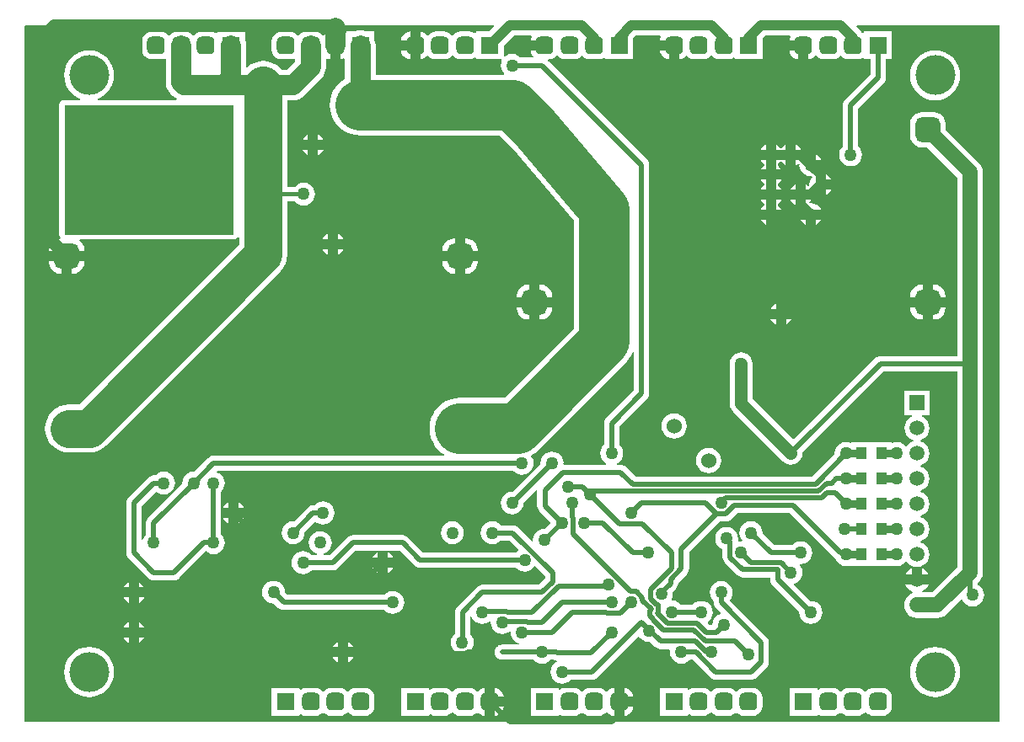
<source format=gbl>
%FSLAX24Y24*%
%MOIN*%
G70*
G01*
G75*
G04 Layer_Physical_Order=2*
G04 Layer_Color=16711680*
%ADD10R,0.0400X0.0500*%
%ADD11R,0.0360X0.0500*%
%ADD12R,0.0360X0.0360*%
%ADD13R,0.0500X0.0400*%
%ADD14R,0.0800X0.0240*%
%ADD15O,0.0800X0.0240*%
%ADD16R,0.0500X0.0360*%
%ADD17R,0.0360X0.0360*%
%ADD18R,0.0590X0.0790*%
%ADD19R,0.1500X0.0790*%
G04:AMPARAMS|DCode=20|XSize=40mil|YSize=50mil|CornerRadius=0mil|HoleSize=0mil|Usage=FLASHONLY|Rotation=135.000|XOffset=0mil|YOffset=0mil|HoleType=Round|Shape=Rectangle|*
%AMROTATEDRECTD20*
4,1,4,0.0318,0.0035,-0.0035,-0.0318,-0.0318,-0.0035,0.0035,0.0318,0.0318,0.0035,0.0*
%
%ADD20ROTATEDRECTD20*%

%ADD21P,0.0424X4X360.0*%
G04:AMPARAMS|DCode=22|XSize=40mil|YSize=50mil|CornerRadius=0mil|HoleSize=0mil|Usage=FLASHONLY|Rotation=225.000|XOffset=0mil|YOffset=0mil|HoleType=Round|Shape=Rectangle|*
%AMROTATEDRECTD22*
4,1,4,-0.0035,0.0318,0.0318,-0.0035,0.0035,-0.0318,-0.0318,0.0035,-0.0035,0.0318,0.0*
%
%ADD22ROTATEDRECTD22*%

%ADD23O,0.1181X0.0472*%
%ADD24R,0.2559X0.2323*%
G04:AMPARAMS|DCode=25|XSize=21.7mil|YSize=65mil|CornerRadius=0mil|HoleSize=0mil|Usage=FLASHONLY|Rotation=315.000|XOffset=0mil|YOffset=0mil|HoleType=Round|Shape=Round|*
%AMOVALD25*
21,1,0.0433,0.0217,0.0000,0.0000,45.0*
1,1,0.0217,-0.0153,-0.0153*
1,1,0.0217,0.0153,0.0153*
%
%ADD25OVALD25*%

G04:AMPARAMS|DCode=26|XSize=21.7mil|YSize=65mil|CornerRadius=0mil|HoleSize=0mil|Usage=FLASHONLY|Rotation=225.000|XOffset=0mil|YOffset=0mil|HoleType=Round|Shape=Round|*
%AMOVALD26*
21,1,0.0433,0.0217,0.0000,0.0000,315.0*
1,1,0.0217,-0.0153,0.0153*
1,1,0.0217,0.0153,-0.0153*
%
%ADD26OVALD26*%

%ADD27R,0.0335X0.0157*%
%ADD28C,0.0200*%
%ADD29C,0.0400*%
%ADD30C,0.0300*%
%ADD31C,0.0600*%
%ADD32C,0.0800*%
%ADD33C,0.0150*%
%ADD34C,0.0500*%
%ADD35C,0.1500*%
%ADD36C,0.2000*%
%ADD37C,0.0100*%
%ADD38R,0.2362X0.5118*%
%ADD39R,0.4331X0.6299*%
G04:AMPARAMS|DCode=40|XSize=70mil|YSize=70mil|CornerRadius=17.5mil|HoleSize=0mil|Usage=FLASHONLY|Rotation=0.000|XOffset=0mil|YOffset=0mil|HoleType=Round|Shape=RoundedRectangle|*
%AMROUNDEDRECTD40*
21,1,0.0700,0.0350,0,0,0.0*
21,1,0.0350,0.0700,0,0,0.0*
1,1,0.0350,0.0175,-0.0175*
1,1,0.0350,-0.0175,-0.0175*
1,1,0.0350,-0.0175,0.0175*
1,1,0.0350,0.0175,0.0175*
%
%ADD40ROUNDEDRECTD40*%
%ADD41R,0.0700X0.0700*%
%ADD42C,0.1575*%
G04:AMPARAMS|DCode=43|XSize=98.4mil|YSize=98.4mil|CornerRadius=24.6mil|HoleSize=0mil|Usage=FLASHONLY|Rotation=270.000|XOffset=0mil|YOffset=0mil|HoleType=Round|Shape=RoundedRectangle|*
%AMROUNDEDRECTD43*
21,1,0.0984,0.0492,0,0,270.0*
21,1,0.0492,0.0984,0,0,270.0*
1,1,0.0492,-0.0246,-0.0246*
1,1,0.0492,-0.0246,0.0246*
1,1,0.0492,0.0246,0.0246*
1,1,0.0492,0.0246,-0.0246*
%
%ADD43ROUNDEDRECTD43*%
%ADD44C,0.0591*%
%ADD45R,0.0591X0.0591*%
%ADD46C,0.0600*%
%ADD47C,0.0500*%
%ADD48R,0.6693X0.5118*%
G36*
X20453Y27508D02*
X20424Y27438D01*
X20415Y27365D01*
X20965D01*
Y26965D01*
X20415D01*
X20424Y26892D01*
X20462Y26801D01*
X20520Y26725D01*
X20498Y26681D01*
X20020D01*
X20006Y26699D01*
X19912Y26771D01*
X19803Y26816D01*
X19685Y26832D01*
X19568Y26816D01*
X19458Y26771D01*
X19394Y26722D01*
X19349Y26744D01*
Y27145D01*
X19754Y27549D01*
X20425D01*
X20453Y27508D01*
D02*
G37*
G36*
X38976Y429D02*
X38941Y394D01*
X394D01*
X394Y27917D01*
X429Y27953D01*
X18951D01*
X18970Y27907D01*
X18779Y27715D01*
X18249D01*
Y27671D01*
X18204Y27649D01*
X18179Y27668D01*
X18088Y27706D01*
X17990Y27719D01*
X17640D01*
X17542Y27706D01*
X17451Y27668D01*
X17373Y27608D01*
X17348Y27576D01*
X17298D01*
X17273Y27608D01*
X17195Y27668D01*
X17104Y27706D01*
X17006Y27719D01*
X16656D01*
X16558Y27706D01*
X16467Y27668D01*
X16388Y27608D01*
X16364Y27576D01*
X16314D01*
X16289Y27608D01*
X16211Y27668D01*
X16119Y27706D01*
X16046Y27715D01*
Y27165D01*
Y26615D01*
X16119Y26625D01*
X16211Y26663D01*
X16289Y26723D01*
X16314Y26755D01*
X16364D01*
X16388Y26723D01*
X16467Y26663D01*
X16558Y26625D01*
X16656Y26612D01*
X17006D01*
X17104Y26625D01*
X17195Y26663D01*
X17273Y26723D01*
X17298Y26755D01*
X17348D01*
X17373Y26723D01*
X17451Y26663D01*
X17542Y26625D01*
X17640Y26612D01*
X17990D01*
X18088Y26625D01*
X18179Y26663D01*
X18204Y26682D01*
X18249Y26660D01*
Y26615D01*
X19251D01*
X19279Y26574D01*
X19247Y26495D01*
X19231Y26378D01*
X19247Y26260D01*
X19292Y26151D01*
X19364Y26057D01*
X19368Y26054D01*
X19352Y26007D01*
X14284D01*
Y27165D01*
X14272Y27283D01*
X14238Y27396D01*
X14231Y27409D01*
Y27715D01*
X13925D01*
X13912Y27722D01*
X13799Y27757D01*
X13681Y27768D01*
X13563Y27757D01*
X13450Y27722D01*
X13437Y27715D01*
X13131D01*
Y27671D01*
X13086Y27649D01*
X13061Y27668D01*
X12970Y27706D01*
X12897Y27715D01*
Y27165D01*
Y26615D01*
X12970Y26625D01*
X13037Y26653D01*
X13078Y26625D01*
Y25841D01*
X12974Y25777D01*
X12830Y25654D01*
X12707Y25511D01*
X12609Y25350D01*
X12536Y25175D01*
X12492Y24991D01*
X12477Y24803D01*
X12492Y24615D01*
X12536Y24431D01*
X12609Y24257D01*
X12707Y24096D01*
X12830Y23952D01*
X12974Y23829D01*
X13135Y23731D01*
X13309Y23658D01*
X13493Y23614D01*
X13681Y23599D01*
X19186D01*
X19685Y23101D01*
X22123Y20227D01*
Y15951D01*
X19383Y13212D01*
X17618D01*
X17430Y13197D01*
X17246Y13153D01*
X17072Y13080D01*
X16911Y12982D01*
X16767Y12859D01*
X16644Y12715D01*
X16546Y12554D01*
X16473Y12380D01*
X16429Y12196D01*
X16414Y12008D01*
X16429Y11820D01*
X16473Y11636D01*
X16546Y11461D01*
X16644Y11300D01*
X16767Y11157D01*
X16911Y11034D01*
X16998Y10981D01*
X16984Y10933D01*
X7874D01*
X7874Y10933D01*
X7805Y10923D01*
X7796Y10922D01*
X7774Y10913D01*
X7723Y10892D01*
X7687Y10865D01*
X7660Y10844D01*
X7660Y10844D01*
X7110Y10293D01*
X7087Y10296D01*
X6969Y10281D01*
X6860Y10236D01*
X6766Y10163D01*
X6694Y10069D01*
X6648Y9960D01*
X6633Y9843D01*
X6636Y9820D01*
X5298Y8482D01*
X5250Y8419D01*
X5220Y8346D01*
X5209Y8268D01*
Y7815D01*
X5191Y7801D01*
X5119Y7707D01*
X5076Y7604D01*
X5027Y7614D01*
Y8930D01*
X5604Y9507D01*
X5679Y9449D01*
X5788Y9404D01*
X5906Y9389D01*
X6023Y9404D01*
X6132Y9449D01*
X6226Y9522D01*
X6299Y9616D01*
X6344Y9725D01*
X6359Y9843D01*
X6344Y9960D01*
X6299Y10069D01*
X6226Y10163D01*
X6132Y10236D01*
X6023Y10281D01*
X5906Y10296D01*
X5788Y10281D01*
X5679Y10236D01*
X5585Y10163D01*
X5570Y10145D01*
X5512D01*
X5433Y10135D01*
X5382Y10113D01*
X5361Y10105D01*
X5298Y10056D01*
X4510Y9269D01*
X4462Y9206D01*
X4432Y9133D01*
X4422Y9055D01*
Y7087D01*
X4422Y7087D01*
X4422D01*
X4432Y7008D01*
X4462Y6935D01*
X4510Y6873D01*
X5298Y6085D01*
X5361Y6037D01*
X5382Y6028D01*
X5433Y6007D01*
X5512Y5997D01*
X6299D01*
X6378Y6007D01*
X6451Y6037D01*
X6513Y6085D01*
X6513Y6085D01*
X6513Y6085D01*
X7572Y7145D01*
X7647Y7087D01*
X7757Y7042D01*
X7874Y7026D01*
X7991Y7042D01*
X8101Y7087D01*
X8195Y7159D01*
X8267Y7253D01*
X8312Y7363D01*
X8328Y7480D01*
X8312Y7598D01*
X8267Y7707D01*
X8195Y7801D01*
X8177Y7815D01*
Y8528D01*
X8177Y8528D01*
Y8795D01*
X8177Y8795D01*
Y9507D01*
X8195Y9522D01*
X8267Y9616D01*
X8312Y9725D01*
X8328Y9843D01*
X8312Y9960D01*
X8267Y10069D01*
X8195Y10163D01*
X8101Y10236D01*
X8006Y10275D01*
X8003Y10289D01*
X8035Y10327D01*
X19744D01*
X19758Y10309D01*
X19852Y10237D01*
X19961Y10192D01*
X20079Y10176D01*
X20196Y10192D01*
X20306Y10237D01*
X20400Y10309D01*
X20472Y10403D01*
X20517Y10512D01*
X20533Y10630D01*
X20517Y10747D01*
X20472Y10857D01*
X20440Y10899D01*
X20449Y10948D01*
X20589Y11034D01*
X20733Y11157D01*
X24178Y14602D01*
X24234Y14668D01*
X24301Y14745D01*
X24362Y14845D01*
X24399Y14906D01*
X24420Y14957D01*
X24452Y15032D01*
X24501Y15023D01*
Y13511D01*
X23408Y12419D01*
X23360Y12356D01*
X23330Y12283D01*
X23319Y12205D01*
Y11359D01*
X23301Y11345D01*
X23229Y11251D01*
X23184Y11141D01*
X23168Y11024D01*
X23184Y10906D01*
X23229Y10797D01*
X23301Y10703D01*
X23395Y10631D01*
X23411Y10624D01*
X23401Y10575D01*
X21744D01*
X21711Y10613D01*
X21714Y10630D01*
X21698Y10747D01*
X21653Y10857D01*
X21581Y10951D01*
X21487Y11023D01*
X21377Y11068D01*
X21260Y11084D01*
X21142Y11068D01*
X21033Y11023D01*
X20939Y10951D01*
X20867Y10857D01*
X20821Y10747D01*
X20806Y10630D01*
X20809Y10607D01*
X19708Y9506D01*
X19685Y9509D01*
X19568Y9494D01*
X19458Y9448D01*
X19364Y9376D01*
X19292Y9282D01*
X19247Y9173D01*
X19231Y9055D01*
X19247Y8938D01*
X19292Y8828D01*
X19364Y8734D01*
X19458Y8662D01*
X19568Y8617D01*
X19685Y8601D01*
X19803Y8617D01*
X19912Y8662D01*
X20006Y8734D01*
X20078Y8828D01*
X20123Y8938D01*
X20139Y9055D01*
X20136Y9078D01*
X20631Y9573D01*
X20677Y9554D01*
Y8941D01*
X20677Y8941D01*
X20677D01*
X20688Y8863D01*
X20718Y8790D01*
X20766Y8727D01*
X21203Y8291D01*
X21200Y8268D01*
X21203Y8245D01*
X20988Y8030D01*
X20965Y8033D01*
X20847Y8017D01*
X20738Y7972D01*
X20644Y7900D01*
X20571Y7806D01*
X20526Y7696D01*
X20511Y7579D01*
X20513Y7565D01*
X20468Y7543D01*
X19922Y8088D01*
X19860Y8136D01*
X19838Y8145D01*
X19787Y8166D01*
X19708Y8177D01*
X19233D01*
X19219Y8195D01*
X19125Y8267D01*
X19015Y8312D01*
X18898Y8328D01*
X18780Y8312D01*
X18671Y8267D01*
X18577Y8195D01*
X18505Y8101D01*
X18459Y7991D01*
X18444Y7874D01*
X18459Y7757D01*
X18505Y7647D01*
X18577Y7553D01*
X18671Y7481D01*
X18780Y7436D01*
X18898Y7420D01*
X19015Y7436D01*
X19125Y7481D01*
X19219Y7553D01*
X19233Y7571D01*
X19583D01*
X19934Y7220D01*
X19931Y7170D01*
X19859Y7115D01*
X19845Y7097D01*
X16166D01*
X15568Y7694D01*
X15506Y7742D01*
X15433Y7773D01*
X15354Y7783D01*
X13386D01*
X13386Y7783D01*
X13308Y7773D01*
X13235Y7742D01*
X13220Y7731D01*
X13172Y7694D01*
X13172Y7694D01*
X12473Y6995D01*
X12227D01*
X12217Y7045D01*
X12321Y7087D01*
X12415Y7159D01*
X12487Y7253D01*
X12532Y7363D01*
X12548Y7480D01*
X12532Y7598D01*
X12487Y7707D01*
X12415Y7801D01*
X12321Y7873D01*
X12211Y7919D01*
X12094Y7934D01*
X11976Y7919D01*
X11867Y7873D01*
X11773Y7801D01*
X11701Y7707D01*
X11655Y7598D01*
X11640Y7480D01*
X11655Y7363D01*
X11701Y7253D01*
X11773Y7159D01*
X11867Y7087D01*
X11970Y7045D01*
X11960Y6995D01*
X11752D01*
X11738Y7014D01*
X11644Y7086D01*
X11535Y7131D01*
X11417Y7147D01*
X11300Y7131D01*
X11190Y7086D01*
X11096Y7014D01*
X11024Y6920D01*
X10979Y6810D01*
X10963Y6693D01*
X10979Y6575D01*
X11024Y6466D01*
X11096Y6372D01*
X11190Y6300D01*
X11300Y6255D01*
X11417Y6239D01*
X11535Y6255D01*
X11644Y6300D01*
X11738Y6372D01*
X11752Y6390D01*
X12598D01*
X12677Y6401D01*
X12750Y6431D01*
X12812Y6479D01*
X12812Y6479D01*
X12812Y6479D01*
X13511Y7178D01*
X14433D01*
X14433Y7178D01*
X14701D01*
X14701Y7178D01*
X15229D01*
X15826Y6580D01*
X15889Y6532D01*
X15962Y6502D01*
X16040Y6492D01*
X19845D01*
X19859Y6473D01*
X19953Y6401D01*
X20063Y6356D01*
X20180Y6340D01*
X20297Y6356D01*
X20407Y6401D01*
X20501Y6473D01*
X20556Y6545D01*
X20606Y6548D01*
X20981Y6174D01*
Y6054D01*
X20741Y5814D01*
X18504D01*
X18504Y5814D01*
X18426Y5804D01*
X18353Y5774D01*
X18338Y5763D01*
X18290Y5726D01*
X18290Y5726D01*
X17503Y4938D01*
X17454Y4876D01*
X17424Y4803D01*
X17414Y4724D01*
Y3877D01*
X17389Y3857D01*
X17317Y3763D01*
X17271Y3654D01*
X17256Y3536D01*
X17271Y3419D01*
X17317Y3310D01*
X17389Y3216D01*
X17483Y3143D01*
X17592Y3098D01*
X17710Y3083D01*
X17827Y3098D01*
X17937Y3143D01*
X18031Y3216D01*
X18103Y3310D01*
X18148Y3419D01*
X18164Y3536D01*
X18148Y3654D01*
X18103Y3763D01*
X18031Y3857D01*
X18019Y3866D01*
Y4564D01*
X18058Y4595D01*
X18071Y4593D01*
X18111Y4497D01*
X18183Y4403D01*
X18277Y4331D01*
X18386Y4286D01*
X18504Y4271D01*
X18621Y4286D01*
X18731Y4331D01*
X18798Y4383D01*
X18841Y4358D01*
X18837Y4331D01*
X18853Y4213D01*
X18898Y4104D01*
X18970Y4010D01*
X19064Y3938D01*
X19174Y3892D01*
X19291Y3877D01*
X19409Y3892D01*
X19518Y3938D01*
X19585Y3989D01*
X19628Y3964D01*
X19625Y3937D01*
X19640Y3820D01*
X19686Y3710D01*
X19758Y3616D01*
X19852Y3544D01*
X19955Y3501D01*
X19945Y3452D01*
X19291D01*
X19213Y3442D01*
X19170Y3424D01*
X19140Y3412D01*
X19125Y3400D01*
X19096Y3378D01*
X19077Y3364D01*
Y3364D01*
X19077D01*
X19029Y3301D01*
X18999Y3228D01*
X18989Y3150D01*
X18999Y3071D01*
X19020Y3020D01*
X19029Y2998D01*
X19077Y2936D01*
D01*
X19077D01*
Y2936D01*
D01*
X19077D01*
Y2936D01*
X19077D01*
X19077Y2936D01*
Y2936D01*
X19077Y2936D01*
Y2936D01*
X19140Y2888D01*
X19213Y2857D01*
X19291Y2847D01*
X20531D01*
X20545Y2829D01*
X20639Y2757D01*
X20749Y2711D01*
X20866Y2696D01*
X20984Y2711D01*
X21093Y2757D01*
X21187Y2829D01*
X21201Y2847D01*
X21334D01*
X21346Y2842D01*
X21397Y2821D01*
X21444Y2815D01*
X21451Y2765D01*
X21427Y2755D01*
X21333Y2683D01*
X21260Y2589D01*
X21215Y2480D01*
X21200Y2362D01*
X21215Y2245D01*
X21260Y2135D01*
X21333Y2041D01*
X21427Y1969D01*
X21536Y1924D01*
X21654Y1908D01*
X21771Y1924D01*
X21880Y1969D01*
X21974Y2041D01*
X21989Y2060D01*
X22835D01*
X22913Y2070D01*
X22965Y2091D01*
X22986Y2100D01*
X23049Y2148D01*
X24662Y3762D01*
X24712Y3759D01*
X24766Y3689D01*
X24860Y3617D01*
X24969Y3571D01*
X25087Y3556D01*
X25143Y3563D01*
X25340Y3366D01*
X25403Y3318D01*
X25476Y3287D01*
X25554Y3277D01*
X25903D01*
X25936Y3239D01*
X25924Y3150D01*
X25940Y3032D01*
X25985Y2923D01*
X26057Y2829D01*
X26151Y2757D01*
X26260Y2711D01*
X26378Y2696D01*
X26495Y2711D01*
X26605Y2757D01*
X26699Y2829D01*
X26713Y2847D01*
X26826D01*
X27524Y2148D01*
X27587Y2100D01*
X27608Y2091D01*
X27660Y2070D01*
X27738Y2060D01*
X29134D01*
X29212Y2070D01*
X29264Y2091D01*
X29285Y2100D01*
X29348Y2148D01*
X29742Y2542D01*
X29790Y2605D01*
X29820Y2678D01*
X29830Y2756D01*
Y3543D01*
X29830Y3543D01*
X29820Y3622D01*
X29790Y3695D01*
X29742Y3757D01*
X28288Y5211D01*
X28346Y5286D01*
X28391Y5395D01*
X28407Y5513D01*
X28391Y5630D01*
X28346Y5740D01*
X28274Y5834D01*
X28180Y5906D01*
X28070Y5951D01*
X27953Y5966D01*
X27835Y5951D01*
X27726Y5906D01*
X27632Y5834D01*
X27560Y5740D01*
X27514Y5630D01*
X27499Y5513D01*
X27514Y5395D01*
X27560Y5286D01*
X27632Y5192D01*
X27650Y5178D01*
Y5118D01*
X27660Y5040D01*
X27682Y4988D01*
X27691Y4967D01*
X27739Y4904D01*
X27929Y4714D01*
X27919Y4665D01*
X27824Y4625D01*
X27730Y4553D01*
X27658Y4459D01*
X27613Y4350D01*
X27598Y4240D01*
X27477D01*
X27415Y4301D01*
X27418Y4351D01*
X27486Y4403D01*
X27558Y4497D01*
X27604Y4607D01*
X27619Y4724D01*
X27604Y4842D01*
X27558Y4951D01*
X27486Y5045D01*
X27392Y5117D01*
X27283Y5163D01*
X27165Y5178D01*
X27048Y5163D01*
X26938Y5117D01*
X26844Y5045D01*
X26830Y5027D01*
X26772D01*
X26772Y5027D01*
X26772Y5027D01*
X26352D01*
X26324Y5064D01*
X26230Y5136D01*
X26120Y5182D01*
X26016Y5195D01*
X25999Y5224D01*
X25996Y5250D01*
X26029Y5330D01*
X26044Y5448D01*
X26034Y5527D01*
X26162Y5655D01*
X26210Y5718D01*
X26240Y5791D01*
X26251Y5869D01*
X26251Y5869D01*
Y5892D01*
X26592Y6233D01*
X26640Y6296D01*
X26670Y6369D01*
X26681Y6447D01*
Y7103D01*
X27900Y8323D01*
X28131D01*
X28209Y8333D01*
X28282Y8363D01*
X28345Y8411D01*
X28597Y8664D01*
X30672D01*
X32463Y6873D01*
X32468Y6869D01*
X32502Y6786D01*
X32574Y6692D01*
X32668Y6620D01*
X32778Y6574D01*
X32895Y6559D01*
X33013Y6574D01*
X33054Y6591D01*
X33095Y6563D01*
Y6563D01*
X34695D01*
Y6563D01*
X34737Y6591D01*
X34778Y6574D01*
X34895Y6559D01*
X35013Y6574D01*
X35122Y6620D01*
X35216Y6692D01*
X35242Y6725D01*
X35292D01*
X35342Y6659D01*
X35445Y6580D01*
X35548Y6538D01*
Y6538D01*
X35566Y6530D01*
X35695Y6513D01*
X35825Y6530D01*
X35843Y6538D01*
Y6538D01*
X35945Y6580D01*
X36049Y6659D01*
X36128Y6763D01*
X36178Y6883D01*
X36195Y7013D01*
X36178Y7142D01*
X36128Y7262D01*
X36049Y7366D01*
X35945Y7445D01*
X35843Y7488D01*
Y7538D01*
X35945Y7580D01*
X36049Y7659D01*
X36128Y7763D01*
X36178Y7883D01*
X36195Y8013D01*
X36178Y8142D01*
X36128Y8262D01*
X36049Y8366D01*
X35945Y8445D01*
X35843Y8488D01*
Y8538D01*
X35945Y8580D01*
X36049Y8659D01*
X36128Y8763D01*
X36178Y8883D01*
X36195Y9013D01*
X36178Y9142D01*
X36128Y9262D01*
X36049Y9366D01*
X35945Y9445D01*
X35843Y9488D01*
Y9538D01*
X35945Y9580D01*
X36049Y9659D01*
X36128Y9763D01*
X36178Y9883D01*
X36195Y10013D01*
X36178Y10142D01*
X36128Y10262D01*
X36049Y10366D01*
X35945Y10445D01*
X35843Y10488D01*
Y10538D01*
X35945Y10580D01*
X36049Y10659D01*
X36128Y10763D01*
X36178Y10883D01*
X36195Y11013D01*
X36178Y11142D01*
X36128Y11262D01*
X36049Y11366D01*
X35945Y11445D01*
X35843Y11488D01*
Y11538D01*
X35945Y11580D01*
X36049Y11659D01*
X36128Y11763D01*
X36178Y11883D01*
X36195Y12013D01*
X36178Y12142D01*
X36128Y12262D01*
X36049Y12366D01*
X35945Y12445D01*
X35889Y12468D01*
X35899Y12517D01*
X36191D01*
Y13508D01*
X35200D01*
Y12517D01*
X35491D01*
X35501Y12468D01*
X35445Y12445D01*
X35342Y12366D01*
X35263Y12262D01*
X35213Y12142D01*
X35196Y12013D01*
X35213Y11883D01*
X35263Y11763D01*
X35342Y11659D01*
X35445Y11580D01*
X35548Y11538D01*
Y11488D01*
X35445Y11445D01*
X35342Y11366D01*
X35292Y11300D01*
X35242D01*
X35216Y11334D01*
X35122Y11406D01*
X35013Y11451D01*
X34895Y11466D01*
X34778Y11451D01*
X34737Y11434D01*
X34695Y11462D01*
Y11463D01*
X33095D01*
Y11462D01*
X33054Y11434D01*
X33013Y11451D01*
X32895Y11466D01*
X32778Y11451D01*
X32668Y11406D01*
X32574Y11334D01*
X32502Y11240D01*
X32457Y11130D01*
X32441Y11013D01*
X32444Y10990D01*
X31564Y10109D01*
X24571D01*
X24193Y10486D01*
X24131Y10535D01*
X24109Y10543D01*
X24058Y10565D01*
X23979Y10575D01*
X23843D01*
X23834Y10624D01*
X23849Y10631D01*
X23943Y10703D01*
X24015Y10797D01*
X24060Y10906D01*
X24076Y11024D01*
X24060Y11141D01*
X24015Y11251D01*
X23943Y11345D01*
X23925Y11359D01*
Y12079D01*
X25017Y13172D01*
X25065Y13235D01*
X25095Y13308D01*
X25106Y13386D01*
Y22441D01*
X25106Y22441D01*
X25097Y22510D01*
X25095Y22519D01*
X25083Y22549D01*
X25065Y22592D01*
X25054Y22607D01*
X25017Y22655D01*
X25017Y22655D01*
X21106Y26566D01*
X21125Y26612D01*
X21140D01*
X21237Y26625D01*
X21329Y26663D01*
X21407Y26723D01*
X21432Y26755D01*
X21482D01*
X21506Y26723D01*
X21585Y26663D01*
X21676Y26625D01*
X21774Y26612D01*
X22124D01*
X22222Y26625D01*
X22313Y26663D01*
X22391Y26723D01*
X22416Y26755D01*
X22466D01*
X22491Y26723D01*
X22569Y26663D01*
X22660Y26625D01*
X22758Y26612D01*
X23108D01*
X23206Y26625D01*
X23297Y26663D01*
X23322Y26682D01*
X23367Y26660D01*
Y26615D01*
X24467D01*
Y27440D01*
X24577Y27549D01*
X25543D01*
X25571Y27508D01*
X25542Y27438D01*
X25533Y27365D01*
X26083D01*
Y27165D01*
X26283D01*
Y26615D01*
X26356Y26625D01*
X26447Y26663D01*
X26525Y26723D01*
X26550Y26755D01*
X26600D01*
X26624Y26723D01*
X26703Y26663D01*
X26794Y26625D01*
X26892Y26612D01*
X27242D01*
X27340Y26625D01*
X27431Y26663D01*
X27509Y26723D01*
X27534Y26755D01*
X27584D01*
X27609Y26723D01*
X27687Y26663D01*
X27778Y26625D01*
X27876Y26612D01*
X28226D01*
X28324Y26625D01*
X28415Y26663D01*
X28441Y26682D01*
X28485Y26660D01*
Y26615D01*
X29585D01*
Y27440D01*
X29695Y27549D01*
X30661D01*
X30689Y27508D01*
X30660Y27438D01*
X30651Y27365D01*
X31201D01*
Y27165D01*
X31401D01*
Y26615D01*
X31474Y26625D01*
X31565Y26663D01*
X31643Y26723D01*
X31668Y26755D01*
X31718D01*
X31743Y26723D01*
X31821Y26663D01*
X31912Y26625D01*
X32010Y26612D01*
X32360D01*
X32458Y26625D01*
X32549Y26663D01*
X32627Y26723D01*
X32652Y26755D01*
X32702D01*
X32727Y26723D01*
X32805Y26663D01*
X32896Y26625D01*
X32994Y26612D01*
X33344D01*
X33442Y26625D01*
X33533Y26663D01*
X33559Y26682D01*
X33604Y26660D01*
Y26615D01*
X33851D01*
Y26011D01*
X32857Y25017D01*
X32809Y24954D01*
X32800Y24933D01*
X32779Y24881D01*
X32768Y24803D01*
Y23170D01*
X32750Y23156D01*
X32678Y23062D01*
X32632Y22952D01*
X32617Y22835D01*
X32632Y22717D01*
X32678Y22608D01*
X32750Y22514D01*
X32844Y22442D01*
X32953Y22396D01*
X33071Y22381D01*
X33188Y22396D01*
X33298Y22442D01*
X33392Y22514D01*
X33464Y22608D01*
X33509Y22717D01*
X33525Y22835D01*
X33509Y22952D01*
X33464Y23062D01*
X33392Y23156D01*
X33373Y23170D01*
Y24678D01*
X34367Y25672D01*
X34368Y25672D01*
X34416Y25735D01*
X34446Y25808D01*
X34456Y25886D01*
Y26615D01*
X34704D01*
Y27715D01*
X33604D01*
Y27671D01*
X33559Y27649D01*
X33533Y27668D01*
X33506Y27679D01*
X33455Y27746D01*
X33455Y27746D01*
X33294Y27907D01*
X33313Y27953D01*
X38976D01*
X38976Y429D01*
D02*
G37*
%LPC*%
G36*
X14971Y6493D02*
X14767D01*
Y6289D01*
X14794Y6300D01*
X14888Y6372D01*
X14960Y6466D01*
X14971Y6493D01*
D02*
G37*
G36*
X14367D02*
X14163D01*
X14174Y6466D01*
X14246Y6372D01*
X14340Y6300D01*
X14367Y6289D01*
Y6493D01*
D02*
G37*
G36*
Y7097D02*
X14340Y7086D01*
X14246Y7014D01*
X14174Y6920D01*
X14163Y6893D01*
X14367D01*
Y7097D01*
D02*
G37*
G36*
X14767D02*
Y6893D01*
X14971D01*
X14960Y6920D01*
X14888Y7014D01*
X14794Y7086D01*
X14767Y7097D01*
D02*
G37*
G36*
X17323Y8328D02*
X17205Y8312D01*
X17096Y8267D01*
X17002Y8195D01*
X16930Y8101D01*
X16884Y7991D01*
X16869Y7874D01*
X16884Y7757D01*
X16930Y7647D01*
X17002Y7553D01*
X17096Y7481D01*
X17205Y7436D01*
X17323Y7420D01*
X17440Y7436D01*
X17550Y7481D01*
X17644Y7553D01*
X17716Y7647D01*
X17761Y7757D01*
X17777Y7874D01*
X17761Y7991D01*
X17716Y8101D01*
X17644Y8195D01*
X17550Y8267D01*
X17440Y8312D01*
X17323Y8328D01*
D02*
G37*
G36*
X4524Y5916D02*
X4497Y5905D01*
X4403Y5833D01*
X4331Y5739D01*
X4320Y5712D01*
X4524D01*
Y5916D01*
D02*
G37*
G36*
X5129Y5312D02*
X4924D01*
Y5108D01*
X4951Y5119D01*
X5045Y5191D01*
X5117Y5285D01*
X5129Y5312D01*
D02*
G37*
G36*
X4924Y5916D02*
Y5712D01*
X5129D01*
X5117Y5739D01*
X5045Y5833D01*
X4951Y5905D01*
X4924Y5916D01*
D02*
G37*
G36*
X35895Y6466D02*
Y6213D01*
X36149D01*
X36128Y6262D01*
X36049Y6366D01*
X35945Y6445D01*
X35895Y6466D01*
D02*
G37*
G36*
X35495D02*
X35445Y6445D01*
X35342Y6366D01*
X35263Y6262D01*
X35242Y6213D01*
X35495D01*
Y6466D01*
D02*
G37*
G36*
X29130Y8332D02*
X29012Y8316D01*
X28903Y8271D01*
X28809Y8199D01*
X28737Y8105D01*
X28691Y7995D01*
X28676Y7878D01*
X28691Y7760D01*
X28737Y7651D01*
X28791Y7580D01*
X28766Y7537D01*
X28740Y7541D01*
X28649Y7528D01*
X28613Y7564D01*
X28625Y7655D01*
X28610Y7773D01*
X28565Y7882D01*
X28492Y7976D01*
X28398Y8048D01*
X28289Y8094D01*
X28172Y8109D01*
X28054Y8094D01*
X27945Y8048D01*
X27851Y7976D01*
X27778Y7882D01*
X27733Y7773D01*
X27718Y7655D01*
X27733Y7538D01*
X27778Y7428D01*
X27851Y7334D01*
X27945Y7262D01*
X28008Y7236D01*
Y6909D01*
X28008Y6909D01*
X28008D01*
X28018Y6830D01*
X28048Y6757D01*
X28096Y6695D01*
X28592Y6199D01*
X28592D01*
X28592Y6199D01*
X28592Y6199D01*
Y6199D01*
X28654Y6151D01*
X28727Y6121D01*
X28737Y6119D01*
X28806Y6110D01*
X28806Y6110D01*
X29899D01*
Y6019D01*
X29899Y6019D01*
X29899D01*
X29909Y5941D01*
X29939Y5868D01*
X29987Y5805D01*
X31045Y4747D01*
X31042Y4724D01*
X31058Y4607D01*
X31103Y4497D01*
X31175Y4403D01*
X31269Y4331D01*
X31379Y4286D01*
X31496Y4271D01*
X31614Y4286D01*
X31723Y4331D01*
X31817Y4403D01*
X31889Y4497D01*
X31934Y4607D01*
X31950Y4724D01*
X31934Y4842D01*
X31889Y4951D01*
X31817Y5045D01*
X31723Y5117D01*
X31614Y5163D01*
X31496Y5178D01*
X31473Y5175D01*
X30829Y5819D01*
X30839Y5868D01*
X30936Y5908D01*
X31030Y5981D01*
X31102Y6075D01*
X31147Y6184D01*
X31163Y6301D01*
X31147Y6419D01*
X31102Y6528D01*
X31052Y6593D01*
X31077Y6636D01*
X31102Y6633D01*
X31220Y6648D01*
X31329Y6694D01*
X31423Y6766D01*
X31495Y6860D01*
X31541Y6969D01*
X31556Y7087D01*
X31541Y7204D01*
X31495Y7314D01*
X31423Y7408D01*
X31329Y7480D01*
X31220Y7525D01*
X31102Y7541D01*
X30985Y7525D01*
X30875Y7480D01*
X30781Y7408D01*
X30767Y7389D01*
X30047D01*
X29581Y7855D01*
X29584Y7878D01*
X29568Y7995D01*
X29523Y8105D01*
X29451Y8199D01*
X29357Y8271D01*
X29247Y8316D01*
X29130Y8332D01*
D02*
G37*
G36*
X26090Y12604D02*
X25959Y12586D01*
X25837Y12536D01*
X25733Y12456D01*
X25653Y12352D01*
X25602Y12230D01*
X25585Y12099D01*
X25602Y11969D01*
X25653Y11847D01*
X25733Y11743D01*
X25837Y11663D01*
X25959Y11612D01*
X26090Y11595D01*
X26220Y11612D01*
X26342Y11663D01*
X26446Y11743D01*
X26526Y11847D01*
X26577Y11969D01*
X26594Y12099D01*
X26577Y12230D01*
X26526Y12352D01*
X26446Y12456D01*
X26342Y12536D01*
X26220Y12586D01*
X26090Y12604D01*
D02*
G37*
G36*
X27454Y11240D02*
X27323Y11222D01*
X27202Y11172D01*
X27097Y11092D01*
X27017Y10987D01*
X26967Y10866D01*
X26949Y10735D01*
X26967Y10605D01*
X27017Y10483D01*
X27097Y10379D01*
X27202Y10299D01*
X27323Y10248D01*
X27454Y10231D01*
X27584Y10248D01*
X27706Y10299D01*
X27810Y10379D01*
X27890Y10483D01*
X27941Y10605D01*
X27958Y10735D01*
X27941Y10866D01*
X27890Y10987D01*
X27810Y11092D01*
X27706Y11172D01*
X27584Y11222D01*
X27454Y11240D01*
D02*
G37*
G36*
X36368Y24515D02*
X35876D01*
X35760Y24500D01*
X35651Y24455D01*
X35558Y24383D01*
X35486Y24290D01*
X35441Y24181D01*
X35426Y24065D01*
Y23573D01*
X35441Y23456D01*
X35486Y23348D01*
X35558Y23255D01*
X35651Y23183D01*
X35760Y23138D01*
X35876Y23123D01*
X36105D01*
X37291Y21937D01*
Y14870D01*
X34252D01*
X34252Y14870D01*
X34213Y14864D01*
X34174Y14859D01*
X34122Y14838D01*
X34101Y14829D01*
X34038Y14781D01*
X30816Y11559D01*
X29194Y13180D01*
Y14567D01*
X29179Y14684D01*
X29133Y14794D01*
X29061Y14888D01*
X28967Y14960D01*
X28858Y15005D01*
X28740Y15021D01*
X28623Y15005D01*
X28513Y14960D01*
X28419Y14888D01*
X28347Y14794D01*
X28302Y14684D01*
X28286Y14567D01*
Y12992D01*
X28286Y12992D01*
X28286D01*
X28302Y12875D01*
X28347Y12765D01*
X28419Y12671D01*
X30388Y10703D01*
X30388D01*
X30388Y10703D01*
X30388D01*
X30388Y10703D01*
Y10703D01*
X30388Y10703D01*
Y10703D01*
X30482Y10631D01*
X30591Y10585D01*
X30709Y10570D01*
X30826Y10585D01*
X30936Y10631D01*
X31030Y10703D01*
X31102Y10797D01*
X31147Y10906D01*
X31163Y11024D01*
X31160Y11047D01*
X34377Y14264D01*
X37291D01*
Y6508D01*
X36300Y5517D01*
X35921D01*
X35911Y5566D01*
X35945Y5580D01*
X36049Y5659D01*
X36128Y5763D01*
X36149Y5813D01*
X35242D01*
X35263Y5763D01*
X35342Y5659D01*
X35445Y5580D01*
X35542Y5540D01*
Y5490D01*
X35443Y5449D01*
X35339Y5369D01*
X35259Y5265D01*
X35208Y5143D01*
X35191Y5013D01*
X35208Y4882D01*
X35259Y4760D01*
X35339Y4656D01*
X35443Y4576D01*
X35565Y4525D01*
X35695Y4508D01*
X36509D01*
X36639Y4525D01*
X36761Y4576D01*
X36865Y4656D01*
X37439Y5229D01*
X37488Y5220D01*
X37502Y5185D01*
X37574Y5091D01*
X37668Y5019D01*
X37778Y4973D01*
X37895Y4958D01*
X38013Y4973D01*
X38122Y5019D01*
X38216Y5091D01*
X38288Y5185D01*
X38334Y5294D01*
X38349Y5412D01*
X38334Y5529D01*
X38288Y5639D01*
X38216Y5733D01*
X38122Y5805D01*
X38098Y5815D01*
Y5889D01*
X38152Y5943D01*
X38232Y6047D01*
X38268Y6133D01*
X38282Y6169D01*
X38300Y6299D01*
Y14567D01*
Y22146D01*
X38282Y22276D01*
X38232Y22398D01*
X38152Y22502D01*
X36818Y23836D01*
Y24065D01*
X36803Y24181D01*
X36758Y24290D01*
X36686Y24383D01*
X36593Y24455D01*
X36485Y24500D01*
X36368Y24515D01*
D02*
G37*
G36*
X30719Y16335D02*
X30515D01*
Y16131D01*
X30542Y16142D01*
X30636Y16214D01*
X30708Y16308D01*
X30719Y16335D01*
D02*
G37*
G36*
X30115D02*
X29911D01*
X29922Y16308D01*
X29994Y16214D01*
X30088Y16142D01*
X30115Y16131D01*
Y16335D01*
D02*
G37*
G36*
X9066Y8461D02*
X8861D01*
Y8257D01*
X8888Y8268D01*
X8982Y8340D01*
X9054Y8434D01*
X9066Y8461D01*
D02*
G37*
G36*
X8461D02*
X8257D01*
X8268Y8434D01*
X8340Y8340D01*
X8434Y8268D01*
X8461Y8257D01*
Y8461D01*
D02*
G37*
G36*
X12205Y9115D02*
X12087Y9100D01*
X11978Y9054D01*
X11884Y8982D01*
X11870Y8964D01*
X11811D01*
X11733Y8954D01*
X11660Y8923D01*
X11597Y8875D01*
X11047Y8325D01*
X11024Y8328D01*
X10906Y8312D01*
X10797Y8267D01*
X10703Y8195D01*
X10631Y8101D01*
X10585Y7991D01*
X10570Y7874D01*
X10585Y7757D01*
X10631Y7647D01*
X10703Y7553D01*
X10797Y7481D01*
X10906Y7436D01*
X11024Y7420D01*
X11141Y7436D01*
X11251Y7481D01*
X11345Y7553D01*
X11417Y7647D01*
X11462Y7757D01*
X11478Y7874D01*
X11474Y7897D01*
X11903Y8326D01*
X11978Y8268D01*
X12087Y8223D01*
X12205Y8208D01*
X12322Y8223D01*
X12432Y8268D01*
X12526Y8340D01*
X12598Y8434D01*
X12643Y8544D01*
X12659Y8661D01*
X12643Y8779D01*
X12598Y8888D01*
X12526Y8982D01*
X12432Y9054D01*
X12322Y9100D01*
X12205Y9115D01*
D02*
G37*
G36*
X8861Y9066D02*
Y8861D01*
X9066D01*
X9054Y8888D01*
X8982Y8982D01*
X8888Y9054D01*
X8861Y9066D01*
D02*
G37*
G36*
X8461D02*
X8434Y9054D01*
X8340Y8982D01*
X8268Y8888D01*
X8257Y8861D01*
X8461D01*
Y9066D01*
D02*
G37*
G36*
X13856Y1734D02*
X13506D01*
X13408Y1721D01*
X13317Y1684D01*
X13239Y1624D01*
X13214Y1591D01*
X13164D01*
X13139Y1624D01*
X13061Y1684D01*
X12970Y1721D01*
X12872Y1734D01*
X12522D01*
X12424Y1721D01*
X12333Y1684D01*
X12254Y1624D01*
X12230Y1591D01*
X12180D01*
X12155Y1624D01*
X12077Y1684D01*
X11985Y1721D01*
X11888Y1734D01*
X11538D01*
X11440Y1721D01*
X11348Y1684D01*
X11323Y1664D01*
X11278Y1686D01*
Y1731D01*
X10178D01*
Y631D01*
X11278D01*
Y676D01*
X11323Y698D01*
X11348Y679D01*
X11440Y641D01*
X11538Y628D01*
X11888D01*
X11985Y641D01*
X12077Y679D01*
X12155Y739D01*
X12180Y771D01*
X12230D01*
X12254Y739D01*
X12333Y679D01*
X12424Y641D01*
X12522Y628D01*
X12872D01*
X12970Y641D01*
X13061Y679D01*
X13139Y739D01*
X13164Y771D01*
X13214D01*
X13239Y739D01*
X13317Y679D01*
X13408Y641D01*
X13506Y628D01*
X13856D01*
X13954Y641D01*
X14045Y679D01*
X14124Y739D01*
X14184Y817D01*
X14221Y908D01*
X14234Y1006D01*
Y1356D01*
X14221Y1454D01*
X14184Y1545D01*
X14124Y1624D01*
X14045Y1684D01*
X13954Y1721D01*
X13856Y1734D01*
D02*
G37*
G36*
X24117Y1731D02*
Y1381D01*
X24467D01*
X24458Y1454D01*
X24420Y1545D01*
X24360Y1624D01*
X24281Y1684D01*
X24190Y1721D01*
X24117Y1731D01*
D02*
G37*
G36*
X17990Y1734D02*
X17640D01*
X17542Y1721D01*
X17451Y1684D01*
X17373Y1624D01*
X17348Y1591D01*
X17298D01*
X17273Y1624D01*
X17195Y1684D01*
X17104Y1721D01*
X17006Y1734D01*
X16656D01*
X16558Y1721D01*
X16467Y1684D01*
X16441Y1664D01*
X16396Y1686D01*
Y1731D01*
X15296D01*
Y631D01*
X16396D01*
Y676D01*
X16441Y698D01*
X16467Y679D01*
X16558Y641D01*
X16656Y628D01*
X17006D01*
X17104Y641D01*
X17195Y679D01*
X17273Y739D01*
X17298Y771D01*
X17348D01*
X17373Y739D01*
X17451Y679D01*
X17542Y641D01*
X17640Y628D01*
X17990D01*
X18088Y641D01*
X18179Y679D01*
X18257Y739D01*
X18282Y771D01*
X18332D01*
X18357Y739D01*
X18435Y679D01*
X18526Y641D01*
X18599Y631D01*
Y1181D01*
Y1731D01*
X18526Y1721D01*
X18435Y1684D01*
X18357Y1624D01*
X18332Y1591D01*
X18282D01*
X18257Y1624D01*
X18179Y1684D01*
X18088Y1721D01*
X17990Y1734D01*
D02*
G37*
G36*
X29210D02*
X28860D01*
X28763Y1721D01*
X28671Y1684D01*
X28593Y1624D01*
X28568Y1591D01*
X28518D01*
X28494Y1624D01*
X28415Y1684D01*
X28324Y1721D01*
X28226Y1734D01*
X27876D01*
X27778Y1721D01*
X27687Y1684D01*
X27609Y1624D01*
X27584Y1591D01*
X27534D01*
X27509Y1624D01*
X27431Y1684D01*
X27340Y1721D01*
X27242Y1734D01*
X26892D01*
X26794Y1721D01*
X26703Y1684D01*
X26678Y1664D01*
X26633Y1686D01*
Y1731D01*
X25533D01*
Y631D01*
X26633D01*
Y676D01*
X26678Y698D01*
X26703Y679D01*
X26794Y641D01*
X26892Y628D01*
X27242D01*
X27340Y641D01*
X27431Y679D01*
X27509Y739D01*
X27534Y771D01*
X27584D01*
X27609Y739D01*
X27687Y679D01*
X27778Y641D01*
X27876Y628D01*
X28226D01*
X28324Y641D01*
X28415Y679D01*
X28494Y739D01*
X28518Y771D01*
X28568D01*
X28593Y739D01*
X28671Y679D01*
X28763Y641D01*
X28860Y628D01*
X29210D01*
X29308Y641D01*
X29400Y679D01*
X29478Y739D01*
X29538Y817D01*
X29576Y908D01*
X29589Y1006D01*
Y1356D01*
X29576Y1454D01*
X29538Y1545D01*
X29478Y1624D01*
X29400Y1684D01*
X29308Y1721D01*
X29210Y1734D01*
D02*
G37*
G36*
X23108D02*
X22758D01*
X22660Y1721D01*
X22569Y1684D01*
X22491Y1624D01*
X22466Y1591D01*
X22416D01*
X22391Y1624D01*
X22313Y1684D01*
X22222Y1721D01*
X22124Y1734D01*
X21774D01*
X21676Y1721D01*
X21585Y1684D01*
X21559Y1664D01*
X21515Y1686D01*
Y1731D01*
X20415D01*
Y631D01*
X21515D01*
Y676D01*
X21559Y698D01*
X21585Y679D01*
X21676Y641D01*
X21774Y628D01*
X22124D01*
X22222Y641D01*
X22313Y679D01*
X22391Y739D01*
X22416Y771D01*
X22466D01*
X22491Y739D01*
X22569Y679D01*
X22660Y641D01*
X22758Y628D01*
X23108D01*
X23206Y641D01*
X23297Y679D01*
X23376Y739D01*
X23400Y771D01*
X23450D01*
X23475Y739D01*
X23553Y679D01*
X23644Y641D01*
X23717Y631D01*
Y1181D01*
Y1731D01*
X23644Y1721D01*
X23553Y1684D01*
X23475Y1624D01*
X23450Y1591D01*
X23400D01*
X23376Y1624D01*
X23297Y1684D01*
X23206Y1721D01*
X23108Y1734D01*
D02*
G37*
G36*
X24467Y981D02*
X24117D01*
Y631D01*
X24190Y641D01*
X24281Y679D01*
X24360Y739D01*
X24420Y817D01*
X24458Y908D01*
X24467Y981D01*
D02*
G37*
G36*
X19349D02*
X18999D01*
Y631D01*
X19072Y641D01*
X19163Y679D01*
X19242Y739D01*
X19302Y817D01*
X19340Y908D01*
X19349Y981D01*
D02*
G37*
G36*
X2953Y3354D02*
X2759Y3335D01*
X2573Y3279D01*
X2402Y3187D01*
X2251Y3064D01*
X2128Y2913D01*
X2036Y2742D01*
X1980Y2556D01*
X1961Y2362D01*
X1980Y2169D01*
X2036Y1983D01*
X2128Y1811D01*
X2251Y1661D01*
X2402Y1537D01*
X2573Y1446D01*
X2759Y1389D01*
X2953Y1370D01*
X3146Y1389D01*
X3332Y1446D01*
X3504Y1537D01*
X3654Y1661D01*
X3778Y1811D01*
X3869Y1983D01*
X3926Y2169D01*
X3945Y2362D01*
X3926Y2556D01*
X3869Y2742D01*
X3778Y2913D01*
X3654Y3064D01*
X3504Y3187D01*
X3332Y3279D01*
X3146Y3335D01*
X2953Y3354D01*
D02*
G37*
G36*
X18999Y1731D02*
Y1381D01*
X19349D01*
X19340Y1454D01*
X19302Y1545D01*
X19242Y1624D01*
X19163Y1684D01*
X19072Y1721D01*
X18999Y1731D01*
D02*
G37*
G36*
X36417Y3354D02*
X36224Y3335D01*
X36038Y3279D01*
X35866Y3187D01*
X35716Y3064D01*
X35592Y2913D01*
X35501Y2742D01*
X35444Y2556D01*
X35425Y2362D01*
X35444Y2169D01*
X35501Y1983D01*
X35592Y1811D01*
X35716Y1661D01*
X35866Y1537D01*
X36038Y1446D01*
X36224Y1389D01*
X36417Y1370D01*
X36611Y1389D01*
X36797Y1446D01*
X36969Y1537D01*
X37119Y1661D01*
X37242Y1811D01*
X37334Y1983D01*
X37390Y2169D01*
X37410Y2362D01*
X37390Y2556D01*
X37334Y2742D01*
X37242Y2913D01*
X37119Y3064D01*
X36969Y3187D01*
X36797Y3279D01*
X36611Y3335D01*
X36417Y3354D01*
D02*
G37*
G36*
X34329Y1734D02*
X33979D01*
X33881Y1721D01*
X33789Y1684D01*
X33711Y1624D01*
X33686Y1591D01*
X33636D01*
X33612Y1624D01*
X33533Y1684D01*
X33442Y1721D01*
X33344Y1734D01*
X32994D01*
X32896Y1721D01*
X32805Y1684D01*
X32727Y1624D01*
X32702Y1591D01*
X32652D01*
X32627Y1624D01*
X32549Y1684D01*
X32458Y1721D01*
X32360Y1734D01*
X32010D01*
X31912Y1721D01*
X31821Y1684D01*
X31796Y1664D01*
X31751Y1686D01*
Y1731D01*
X30651D01*
Y631D01*
X31751D01*
Y676D01*
X31796Y698D01*
X31821Y679D01*
X31912Y641D01*
X32010Y628D01*
X32360D01*
X32458Y641D01*
X32549Y679D01*
X32627Y739D01*
X32652Y771D01*
X32702D01*
X32727Y739D01*
X32805Y679D01*
X32896Y641D01*
X32994Y628D01*
X33344D01*
X33442Y641D01*
X33533Y679D01*
X33612Y739D01*
X33636Y771D01*
X33686D01*
X33711Y739D01*
X33789Y679D01*
X33881Y641D01*
X33979Y628D01*
X34329D01*
X34426Y641D01*
X34518Y679D01*
X34596Y739D01*
X34656Y817D01*
X34694Y908D01*
X34707Y1006D01*
Y1356D01*
X34694Y1454D01*
X34656Y1545D01*
X34596Y1624D01*
X34518Y1684D01*
X34426Y1721D01*
X34329Y1734D01*
D02*
G37*
G36*
X4524Y4341D02*
X4497Y4330D01*
X4403Y4258D01*
X4331Y4164D01*
X4320Y4137D01*
X4524D01*
Y4341D01*
D02*
G37*
G36*
X5129Y3737D02*
X4924D01*
Y3533D01*
X4951Y3544D01*
X5045Y3616D01*
X5117Y3710D01*
X5129Y3737D01*
D02*
G37*
G36*
X4924Y4341D02*
Y4137D01*
X5129D01*
X5117Y4164D01*
X5045Y4258D01*
X4951Y4330D01*
X4924Y4341D01*
D02*
G37*
G36*
X4524Y5312D02*
X4320D01*
X4331Y5285D01*
X4403Y5191D01*
X4497Y5119D01*
X4524Y5108D01*
Y5312D01*
D02*
G37*
G36*
X10249Y5978D02*
X10131Y5963D01*
X10022Y5917D01*
X9928Y5845D01*
X9856Y5751D01*
X9810Y5642D01*
X9795Y5524D01*
X9810Y5407D01*
X9856Y5297D01*
X9928Y5203D01*
X10022Y5131D01*
X10131Y5086D01*
X10249Y5071D01*
X10272Y5074D01*
X10441Y4904D01*
D01*
X10441D01*
Y4904D01*
D01*
X10441D01*
Y4904D01*
X10441D01*
X10441Y4904D01*
Y4904D01*
X10441Y4904D01*
Y4904D01*
X10504Y4856D01*
X10577Y4826D01*
X10655Y4816D01*
X14626D01*
X14640Y4797D01*
X14734Y4725D01*
X14843Y4680D01*
X14961Y4664D01*
X15078Y4680D01*
X15188Y4725D01*
X15282Y4797D01*
X15354Y4891D01*
X15399Y5001D01*
X15415Y5118D01*
X15399Y5236D01*
X15354Y5345D01*
X15282Y5439D01*
X15188Y5511D01*
X15078Y5557D01*
X14961Y5572D01*
X14843Y5557D01*
X14734Y5511D01*
X14640Y5439D01*
X14626Y5421D01*
X10780D01*
X10700Y5501D01*
X10703Y5524D01*
X10687Y5642D01*
X10642Y5751D01*
X10570Y5845D01*
X10476Y5917D01*
X10366Y5963D01*
X10249Y5978D01*
D02*
G37*
G36*
X13396Y2950D02*
X13192D01*
Y2745D01*
X13219Y2757D01*
X13313Y2829D01*
X13385Y2923D01*
X13396Y2950D01*
D02*
G37*
G36*
X12792D02*
X12588D01*
X12599Y2923D01*
X12671Y2829D01*
X12765Y2757D01*
X12792Y2745D01*
Y2950D01*
D02*
G37*
G36*
Y3554D02*
X12765Y3543D01*
X12671Y3471D01*
X12599Y3377D01*
X12588Y3350D01*
X12792D01*
Y3554D01*
D02*
G37*
G36*
X4524Y3737D02*
X4320D01*
X4331Y3710D01*
X4403Y3616D01*
X4497Y3544D01*
X4524Y3533D01*
Y3737D01*
D02*
G37*
G36*
X13192Y3554D02*
Y3350D01*
X13396D01*
X13385Y3377D01*
X13313Y3471D01*
X13219Y3543D01*
X13192Y3554D01*
D02*
G37*
G36*
X30902Y21664D02*
X30875Y21653D01*
X30781Y21581D01*
X30709Y21487D01*
X30698Y21460D01*
X30902D01*
Y21664D01*
D02*
G37*
G36*
X30325Y21847D02*
X29517D01*
X29528Y21820D01*
X29600Y21726D01*
X29663Y21679D01*
Y21629D01*
X29600Y21581D01*
X29528Y21487D01*
X29517Y21460D01*
X30325D01*
X30314Y21487D01*
X30242Y21581D01*
X30180Y21629D01*
Y21679D01*
X30242Y21726D01*
X30314Y21820D01*
X30325Y21847D01*
D02*
G37*
G36*
X30909Y23239D02*
Y22835D01*
Y22430D01*
X30936Y22442D01*
X31002Y22493D01*
X31046Y22468D01*
X31042Y22441D01*
X31058Y22323D01*
X31103Y22214D01*
X31175Y22120D01*
X31269Y22048D01*
X31379Y22003D01*
X31496Y21987D01*
X31523Y21991D01*
X31548Y21947D01*
X31497Y21880D01*
X31451Y21771D01*
X31436Y21654D01*
X31439Y21627D01*
X31396Y21602D01*
X31329Y21653D01*
X31302Y21664D01*
Y21260D01*
X31102D01*
Y21060D01*
X30698D01*
X30709Y21033D01*
X30781Y20939D01*
X30875Y20867D01*
X30985Y20821D01*
X31102Y20806D01*
X31129Y20810D01*
X31154Y20766D01*
X31103Y20699D01*
X31092Y20672D01*
X31900D01*
X31889Y20699D01*
X31817Y20793D01*
X31723Y20866D01*
X31614Y20911D01*
X31496Y20926D01*
X31469Y20923D01*
X31444Y20966D01*
X31495Y21033D01*
X31541Y21142D01*
X31556Y21260D01*
X31553Y21287D01*
X31596Y21312D01*
X31663Y21260D01*
X31690Y21249D01*
Y21654D01*
X31890D01*
Y21854D01*
X32294D01*
X32283Y21880D01*
X32211Y21974D01*
X32117Y22047D01*
X32007Y22092D01*
X31890Y22107D01*
X31863Y22104D01*
X31838Y22147D01*
X31889Y22214D01*
X31900Y22241D01*
X31496D01*
Y22441D01*
X31296D01*
Y22845D01*
X31269Y22834D01*
X31202Y22783D01*
X31159Y22808D01*
X31163Y22835D01*
X31147Y22952D01*
X31102Y23062D01*
X31030Y23156D01*
X30936Y23228D01*
X30909Y23239D01*
D02*
G37*
G36*
X31696Y22845D02*
Y22641D01*
X31900D01*
X31889Y22668D01*
X31817Y22762D01*
X31723Y22834D01*
X31696Y22845D01*
D02*
G37*
G36*
X30121Y23239D02*
Y22835D01*
X29921D01*
Y22635D01*
X29517D01*
X29528Y22608D01*
X29600Y22514D01*
X29663Y22466D01*
Y22416D01*
X29600Y22368D01*
X29528Y22274D01*
X29517Y22247D01*
X30325D01*
X30314Y22274D01*
X30242Y22368D01*
X30180Y22416D01*
Y22466D01*
X30242Y22514D01*
X30290Y22576D01*
X30340D01*
X30388Y22514D01*
X30482Y22442D01*
X30509Y22430D01*
Y22835D01*
Y23239D01*
X30482Y23228D01*
X30388Y23156D01*
X30340Y23093D01*
X30290D01*
X30242Y23156D01*
X30148Y23228D01*
X30121Y23239D01*
D02*
G37*
G36*
X31296Y20272D02*
X31092D01*
X31103Y20245D01*
X31175Y20152D01*
X31269Y20079D01*
X31296Y20068D01*
Y20272D01*
D02*
G37*
G36*
X30325D02*
X30121D01*
Y20068D01*
X30148Y20079D01*
X30242Y20152D01*
X30314Y20245D01*
X30325Y20272D01*
D02*
G37*
G36*
X31900D02*
X31696D01*
Y20068D01*
X31723Y20079D01*
X31817Y20152D01*
X31889Y20245D01*
X31900Y20272D01*
D02*
G37*
G36*
X32294Y21454D02*
X32090D01*
Y21249D01*
X32117Y21260D01*
X32211Y21333D01*
X32283Y21427D01*
X32294Y21454D01*
D02*
G37*
G36*
X30325Y21060D02*
X29517D01*
X29528Y21033D01*
X29600Y20939D01*
X29663Y20891D01*
Y20841D01*
X29600Y20793D01*
X29528Y20699D01*
X29517Y20672D01*
X30325D01*
X30314Y20699D01*
X30242Y20793D01*
X30180Y20841D01*
Y20891D01*
X30242Y20939D01*
X30314Y21033D01*
X30325Y21060D01*
D02*
G37*
G36*
X11611Y23028D02*
X11407D01*
X11418Y23001D01*
X11490Y22907D01*
X11584Y22835D01*
X11611Y22824D01*
Y23028D01*
D02*
G37*
G36*
X25883Y26965D02*
X25533D01*
X25542Y26892D01*
X25580Y26801D01*
X25640Y26723D01*
X25719Y26663D01*
X25810Y26625D01*
X25883Y26615D01*
Y26965D01*
D02*
G37*
G36*
X15646D02*
X15297D01*
X15306Y26892D01*
X15344Y26801D01*
X15404Y26723D01*
X15482Y26663D01*
X15574Y26625D01*
X15646Y26615D01*
Y26965D01*
D02*
G37*
G36*
X31001D02*
X30651D01*
X30660Y26892D01*
X30698Y26801D01*
X30758Y26723D01*
X30837Y26663D01*
X30928Y26625D01*
X31001Y26615D01*
Y26965D01*
D02*
G37*
G36*
X11713Y27768D02*
X11595Y27757D01*
X11482Y27722D01*
X11454Y27708D01*
X11440Y27706D01*
X11348Y27668D01*
X11270Y27608D01*
X11245Y27576D01*
X11195D01*
X11171Y27608D01*
X11092Y27668D01*
X11001Y27706D01*
X10903Y27719D01*
X10553D01*
X10455Y27706D01*
X10364Y27668D01*
X10286Y27608D01*
X10226Y27529D01*
X10188Y27438D01*
X10175Y27340D01*
Y26990D01*
X10188Y26892D01*
X10226Y26801D01*
X10286Y26723D01*
X10364Y26663D01*
X10455Y26625D01*
X10553Y26612D01*
X10903D01*
X11001Y26625D01*
X11068Y26653D01*
X11110Y26625D01*
Y26529D01*
X10774Y26193D01*
X10577D01*
X10518Y26266D01*
X10373Y26384D01*
X10208Y26472D01*
X10029Y26527D01*
X9843Y26545D01*
X9656Y26527D01*
X9477Y26472D01*
X9312Y26384D01*
X9211Y26301D01*
X9166Y26323D01*
Y27165D01*
X9154Y27283D01*
X9120Y27396D01*
X9113Y27409D01*
Y27715D01*
X8807D01*
X8794Y27722D01*
X8681Y27757D01*
X8563Y27768D01*
X8445Y27757D01*
X8332Y27722D01*
X8319Y27715D01*
X8013D01*
Y27671D01*
X7968Y27649D01*
X7943Y27668D01*
X7852Y27706D01*
X7754Y27719D01*
X7404D01*
X7306Y27706D01*
X7215Y27668D01*
X7136Y27608D01*
X7112Y27576D01*
X7062D01*
X7037Y27608D01*
X6959Y27668D01*
X6867Y27706D01*
X6853Y27708D01*
X6825Y27722D01*
X6712Y27757D01*
X6594Y27768D01*
X6477Y27757D01*
X6364Y27722D01*
X6336Y27708D01*
X6322Y27706D01*
X6230Y27668D01*
X6152Y27608D01*
X6127Y27576D01*
X6077D01*
X6053Y27608D01*
X5974Y27668D01*
X5883Y27706D01*
X5785Y27719D01*
X5435D01*
X5337Y27706D01*
X5246Y27668D01*
X5168Y27608D01*
X5108Y27529D01*
X5070Y27438D01*
X5057Y27340D01*
Y26990D01*
X5070Y26892D01*
X5108Y26801D01*
X5168Y26723D01*
X5246Y26663D01*
X5337Y26625D01*
X5435Y26612D01*
X5785D01*
X5883Y26625D01*
X5950Y26653D01*
X5992Y26625D01*
Y25689D01*
X5992Y25689D01*
X5992D01*
X6003Y25571D01*
X6037Y25458D01*
X6037Y25458D01*
X6037Y25458D01*
X6093Y25354D01*
X6168Y25263D01*
X6168Y25263D01*
X6168Y25263D01*
Y25263D01*
X6168Y25263D01*
X6267Y25164D01*
X6267D01*
X6267Y25164D01*
X6267Y25164D01*
Y25164D01*
X6358Y25089D01*
X6421Y25056D01*
X6409Y25007D01*
X3303D01*
X3296Y25057D01*
X3332Y25068D01*
X3504Y25159D01*
X3654Y25283D01*
X3778Y25433D01*
X3869Y25605D01*
X3926Y25791D01*
X3945Y25984D01*
X3926Y26178D01*
X3869Y26364D01*
X3778Y26535D01*
X3654Y26686D01*
X3504Y26809D01*
X3332Y26901D01*
X3146Y26957D01*
X2953Y26976D01*
X2759Y26957D01*
X2573Y26901D01*
X2402Y26809D01*
X2251Y26686D01*
X2128Y26535D01*
X2036Y26364D01*
X1980Y26178D01*
X1961Y25984D01*
X1980Y25791D01*
X2036Y25605D01*
X2128Y25433D01*
X2251Y25283D01*
X2402Y25159D01*
X2573Y25068D01*
X2610Y25057D01*
X2602Y25007D01*
X1969D01*
X1890Y24992D01*
X1824Y24947D01*
X1780Y24881D01*
X1765Y24803D01*
Y19685D01*
X1780Y19607D01*
X1814Y19557D01*
X1793Y19511D01*
X1704Y19500D01*
X1596Y19455D01*
X1503Y19383D01*
X1431Y19290D01*
X1386Y19181D01*
X1371Y19065D01*
Y19019D01*
X2763D01*
Y19065D01*
X2748Y19181D01*
X2703Y19290D01*
X2631Y19383D01*
X2565Y19434D01*
X2581Y19481D01*
X8661D01*
X8739Y19497D01*
X8806Y19541D01*
X8840Y19592D01*
X8888Y19578D01*
Y19293D01*
X2557Y12962D01*
X2165D01*
X1979Y12944D01*
X1800Y12890D01*
X1635Y12802D01*
X1490Y12683D01*
X1372Y12538D01*
X1283Y12373D01*
X1229Y12194D01*
X1211Y12008D01*
X1229Y11822D01*
X1283Y11643D01*
X1372Y11478D01*
X1490Y11333D01*
X1635Y11214D01*
X1800Y11126D01*
X1979Y11072D01*
X2165Y11053D01*
X2953D01*
X3139Y11072D01*
X3229Y11099D01*
X3318Y11126D01*
X3483Y11214D01*
X3628Y11333D01*
X10518Y18223D01*
X10636Y18367D01*
X10724Y18532D01*
X10752Y18622D01*
X10779Y18711D01*
X10797Y18898D01*
Y21002D01*
X11083D01*
X11116Y20959D01*
X11210Y20886D01*
X11320Y20841D01*
X11437Y20826D01*
X11554Y20841D01*
X11664Y20886D01*
X11758Y20959D01*
X11830Y21053D01*
X11875Y21162D01*
X11891Y21280D01*
X11875Y21397D01*
X11830Y21506D01*
X11758Y21600D01*
X11664Y21673D01*
X11554Y21718D01*
X11437Y21733D01*
X11320Y21718D01*
X11210Y21673D01*
X11116Y21600D01*
X11083Y21557D01*
X10797D01*
Y24988D01*
X11024D01*
X11141Y24999D01*
X11254Y25034D01*
X11254Y25034D01*
X11254Y25034D01*
X11359Y25089D01*
X11450Y25164D01*
X11450Y25164D01*
X11450Y25164D01*
X12139Y25853D01*
X12214Y25945D01*
X12270Y26049D01*
X12304Y26162D01*
X12315Y26280D01*
Y26625D01*
X12357Y26653D01*
X12424Y26625D01*
X12497Y26615D01*
Y27165D01*
Y27715D01*
X12424Y27706D01*
X12333Y27668D01*
X12254Y27608D01*
X12230Y27576D01*
X12180D01*
X12155Y27608D01*
X12077Y27668D01*
X11985Y27706D01*
X11971Y27708D01*
X11943Y27722D01*
X11830Y27757D01*
X11713Y27768D01*
D02*
G37*
G36*
X15646Y27715D02*
X15574Y27706D01*
X15482Y27668D01*
X15404Y27608D01*
X15344Y27529D01*
X15306Y27438D01*
X15297Y27365D01*
X15646D01*
Y27715D01*
D02*
G37*
G36*
X29721Y23239D02*
X29694Y23228D01*
X29600Y23156D01*
X29528Y23062D01*
X29517Y23035D01*
X29721D01*
Y23239D01*
D02*
G37*
G36*
X12215Y23028D02*
X12011D01*
Y22824D01*
X12038Y22835D01*
X12132Y22907D01*
X12204Y23001D01*
X12215Y23028D01*
D02*
G37*
G36*
X11611Y23633D02*
X11584Y23621D01*
X11490Y23549D01*
X11418Y23455D01*
X11407Y23428D01*
X11611D01*
Y23633D01*
D02*
G37*
G36*
X36417Y26976D02*
X36224Y26957D01*
X36038Y26901D01*
X35866Y26809D01*
X35716Y26686D01*
X35592Y26535D01*
X35501Y26364D01*
X35444Y26178D01*
X35425Y25984D01*
X35444Y25791D01*
X35501Y25605D01*
X35592Y25433D01*
X35716Y25283D01*
X35866Y25159D01*
X36038Y25068D01*
X36224Y25011D01*
X36417Y24992D01*
X36611Y25011D01*
X36797Y25068D01*
X36969Y25159D01*
X37119Y25283D01*
X37242Y25433D01*
X37334Y25605D01*
X37390Y25791D01*
X37410Y25984D01*
X37390Y26178D01*
X37334Y26364D01*
X37242Y26535D01*
X37119Y26686D01*
X36969Y26809D01*
X36797Y26901D01*
X36611Y26957D01*
X36417Y26976D01*
D02*
G37*
G36*
X12011Y23633D02*
Y23428D01*
X12215D01*
X12204Y23455D01*
X12132Y23549D01*
X12038Y23621D01*
X12011Y23633D01*
D02*
G37*
G36*
X20371Y17704D02*
X20325D01*
X20208Y17689D01*
X20100Y17644D01*
X20007Y17572D01*
X19935Y17479D01*
X19890Y17370D01*
X19875Y17254D01*
Y17208D01*
X20371D01*
Y17704D01*
D02*
G37*
G36*
X30515Y16940D02*
Y16735D01*
X30719D01*
X30708Y16762D01*
X30636Y16856D01*
X30542Y16929D01*
X30515Y16940D01*
D02*
G37*
G36*
X20817Y17704D02*
X20771D01*
Y17208D01*
X21267D01*
Y17254D01*
X21252Y17370D01*
X21207Y17479D01*
X21135Y17572D01*
X21042Y17644D01*
X20933Y17689D01*
X20817Y17704D01*
D02*
G37*
G36*
X36368D02*
X36322D01*
Y17208D01*
X36818D01*
Y17254D01*
X36803Y17370D01*
X36758Y17479D01*
X36686Y17572D01*
X36593Y17644D01*
X36485Y17689D01*
X36368Y17704D01*
D02*
G37*
G36*
X35922D02*
X35876D01*
X35760Y17689D01*
X35651Y17644D01*
X35558Y17572D01*
X35486Y17479D01*
X35441Y17370D01*
X35426Y17254D01*
Y17208D01*
X35922D01*
Y17704D01*
D02*
G37*
G36*
X21267Y16808D02*
X20771D01*
Y16312D01*
X20817D01*
X20933Y16327D01*
X21042Y16372D01*
X21135Y16444D01*
X21207Y16537D01*
X21252Y16645D01*
X21267Y16762D01*
Y16808D01*
D02*
G37*
G36*
X20371D02*
X19875D01*
Y16762D01*
X19890Y16645D01*
X19935Y16537D01*
X20007Y16444D01*
X20100Y16372D01*
X20208Y16327D01*
X20325Y16312D01*
X20371D01*
Y16808D01*
D02*
G37*
G36*
X35922D02*
X35426D01*
Y16762D01*
X35441Y16645D01*
X35486Y16537D01*
X35558Y16444D01*
X35651Y16372D01*
X35760Y16327D01*
X35876Y16312D01*
X35922D01*
Y16808D01*
D02*
G37*
G36*
X30115Y16940D02*
X30088Y16929D01*
X29994Y16856D01*
X29922Y16762D01*
X29911Y16735D01*
X30115D01*
Y16940D01*
D02*
G37*
G36*
X36818Y16808D02*
X36322D01*
Y16312D01*
X36368D01*
X36485Y16327D01*
X36593Y16372D01*
X36686Y16444D01*
X36758Y16537D01*
X36803Y16645D01*
X36818Y16762D01*
Y16808D01*
D02*
G37*
G36*
X1867Y18619D02*
X1371D01*
Y18573D01*
X1386Y18456D01*
X1431Y18348D01*
X1503Y18255D01*
X1596Y18183D01*
X1704Y18138D01*
X1821Y18123D01*
X1867D01*
Y18619D01*
D02*
G37*
G36*
X17864Y19515D02*
X17818D01*
Y19019D01*
X18314D01*
Y19065D01*
X18299Y19181D01*
X18254Y19290D01*
X18182Y19383D01*
X18089Y19455D01*
X17981Y19500D01*
X17864Y19515D01*
D02*
G37*
G36*
X17418D02*
X17372D01*
X17256Y19500D01*
X17147Y19455D01*
X17054Y19383D01*
X16982Y19290D01*
X16937Y19181D01*
X16922Y19065D01*
Y19019D01*
X17418D01*
Y19515D01*
D02*
G37*
G36*
X12398Y19696D02*
X12371Y19684D01*
X12277Y19612D01*
X12205Y19518D01*
X12194Y19491D01*
X12398D01*
Y19696D01*
D02*
G37*
G36*
X29721Y20272D02*
X29517D01*
X29528Y20245D01*
X29600Y20152D01*
X29694Y20079D01*
X29721Y20068D01*
Y20272D01*
D02*
G37*
G36*
X12798Y19696D02*
Y19491D01*
X13003D01*
X12991Y19518D01*
X12919Y19612D01*
X12825Y19684D01*
X12798Y19696D01*
D02*
G37*
G36*
X17418Y18619D02*
X16922D01*
Y18573D01*
X16937Y18456D01*
X16982Y18348D01*
X17054Y18255D01*
X17147Y18183D01*
X17256Y18138D01*
X17372Y18123D01*
X17418D01*
Y18619D01*
D02*
G37*
G36*
X2763D02*
X2267D01*
Y18123D01*
X2313D01*
X2429Y18138D01*
X2538Y18183D01*
X2631Y18255D01*
X2703Y18348D01*
X2748Y18456D01*
X2763Y18573D01*
Y18619D01*
D02*
G37*
G36*
X18314D02*
X17818D01*
Y18123D01*
X17864D01*
X17981Y18138D01*
X18089Y18183D01*
X18182Y18255D01*
X18254Y18348D01*
X18299Y18456D01*
X18314Y18573D01*
Y18619D01*
D02*
G37*
G36*
X13003Y19091D02*
X12798D01*
Y18887D01*
X12825Y18898D01*
X12919Y18970D01*
X12991Y19064D01*
X13003Y19091D01*
D02*
G37*
G36*
X12398D02*
X12194D01*
X12205Y19064D01*
X12277Y18970D01*
X12371Y18898D01*
X12398Y18887D01*
Y19091D01*
D02*
G37*
%LPD*%
D10*
X34295Y11013D02*
D03*
X33495D02*
D03*
X34295Y7013D02*
D03*
X33495D02*
D03*
X34295Y8013D02*
D03*
X33495D02*
D03*
X34295Y9013D02*
D03*
X33495D02*
D03*
X34295Y10013D02*
D03*
X33495D02*
D03*
D28*
X21283Y5929D02*
Y6299D01*
X18898Y7874D02*
X19708D01*
X21283Y6299D01*
X19506Y4724D02*
X20475D01*
X21527Y5776D01*
X23622D01*
X20866Y5512D02*
X21283Y5929D01*
X18504Y5512D02*
X20866D01*
X21654Y5118D02*
X23622D01*
X20866Y4331D02*
X21654Y5118D01*
X20293Y4331D02*
X20866D01*
X21690Y10273D02*
X23979D01*
X20980Y9563D02*
X21690Y10273D01*
X22084Y8090D02*
Y8446D01*
X22084Y8090D02*
X22084Y8090D01*
X22084Y7838D02*
Y8090D01*
Y7838D02*
X24373Y5548D01*
X22047Y8482D02*
X22084Y8446D01*
X24839Y5195D02*
Y5296D01*
X24588Y5548D02*
X24839Y5296D01*
X24373Y5548D02*
X24588D01*
X22047Y8482D02*
Y9055D01*
X25161Y5270D02*
Y5626D01*
X21897Y9693D02*
X22462D01*
X20965Y7579D02*
X21654Y8268D01*
X20980Y8941D02*
Y9563D01*
Y8941D02*
X21654Y8268D01*
X22514D02*
X23278D01*
X22047Y9055D02*
X22061Y9069D01*
X23979Y10273D02*
X24446Y9806D01*
X21904Y9693D02*
Y9693D01*
X21897Y9693D02*
X21904D01*
X21898Y9693D02*
X21904D01*
X21897Y9693D02*
X21898Y9693D01*
X19685Y9055D02*
X21260Y10630D01*
X24446Y9806D02*
X31689D01*
X22061Y9069D02*
Y9077D01*
X17717Y4724D02*
X18504Y5512D01*
X21260Y3937D02*
X22047Y4724D01*
X19469Y4761D02*
X19506Y4724D01*
X18577Y4761D02*
X19469D01*
X20079Y3937D02*
X21260D01*
X18540Y4724D02*
X18577Y4761D01*
X22047Y4724D02*
X23408D01*
X22770Y9384D02*
X23923Y8231D01*
X24839D02*
X25984Y7087D01*
X23923Y8231D02*
X24839D01*
X23278Y8268D02*
X24459Y7087D01*
X24803Y9055D02*
X27345D01*
X24409Y8661D02*
X24803Y9055D01*
X17717Y3543D02*
Y4724D01*
X17710Y3536D02*
X17717Y3543D01*
X13035Y3106D02*
X17888D01*
X12992Y3150D02*
X13035Y3106D01*
X17931Y3150D02*
X18504D01*
X17888Y3106D02*
X17931Y3150D01*
X22462Y9693D02*
X22770Y9384D01*
X24459Y7087D02*
X25068D01*
X24839Y5195D02*
X25189Y4845D01*
X25412Y5018D02*
X25477D01*
X25161Y5270D02*
X25412Y5018D01*
X25161Y5626D02*
X25984Y6449D01*
X25477Y4737D02*
Y5018D01*
X25439Y4699D02*
X25844Y4294D01*
X25439Y4699D02*
X25439D01*
X25439D02*
X25477Y4737D01*
X25844Y4294D02*
X26994D01*
X25984Y6449D02*
Y7087D01*
X25189Y4845D02*
Y4845D01*
X25132Y4789D02*
X25189Y4845D01*
X25274Y4430D02*
Y4468D01*
X25132Y4610D02*
X25274Y4468D01*
X25132Y4610D02*
Y4789D01*
X26378Y6447D02*
Y7228D01*
X25948Y6017D02*
X26378Y6447D01*
X25948Y5869D02*
Y6017D01*
X25591Y5512D02*
X25948Y5869D01*
X23444Y4688D02*
X23979D01*
X23408Y4724D02*
X23444Y4688D01*
X22835Y2362D02*
X24803Y4331D01*
X22798Y3113D02*
X23622Y3937D01*
X21475Y3113D02*
X22798D01*
X21439Y3150D02*
X21475Y3113D01*
X19291Y3150D02*
X21439D01*
X21654Y2362D02*
X22835D01*
X19291Y3150D02*
X20866D01*
X19291D02*
X19291Y3150D01*
X18799Y1181D02*
Y2854D01*
X18504Y3150D02*
X18799Y2854D01*
X25627Y4078D02*
Y4078D01*
X25338Y4367D02*
X25627Y4078D01*
X25338Y4367D02*
X25338D01*
X25087Y4010D02*
Y4047D01*
X24803Y4331D02*
X25087Y4047D01*
X25274Y4430D02*
X25338Y4367D01*
X25984Y4724D02*
X26003Y4743D01*
X25627Y4078D02*
X25690Y4014D01*
X24803Y4331D02*
X25554Y3580D01*
X25591Y5448D02*
Y5512D01*
X23979Y4688D02*
X24409Y5118D01*
X25690Y4014D02*
X26878D01*
X25554Y3580D02*
X26917D01*
X27347Y3150D01*
X26878Y4014D02*
X27313Y3580D01*
X26994Y4294D02*
X27352Y3937D01*
X27756D01*
X27313Y3580D02*
X28507D01*
X27347Y3150D02*
X27559D01*
X26951Y3150D02*
X27738Y2362D01*
X26378Y3150D02*
X26951D01*
X27738Y2362D02*
X29134D01*
X27756Y3937D02*
X28051Y4232D01*
X28507Y3580D02*
X29035Y3051D01*
X26772Y4724D02*
X27165D01*
X26772D02*
Y4724D01*
X26772Y4724D02*
X26772Y4724D01*
X25984Y4724D02*
X26772D01*
X27953Y5118D02*
X29528Y3543D01*
X27953Y5118D02*
Y5513D01*
X19328Y4367D02*
X20257D01*
X19291Y4331D02*
X19328Y4367D01*
X20257D02*
X20293Y4331D01*
X26378Y7228D02*
X27775Y8625D01*
X19685Y26378D02*
X20866D01*
X34154Y25886D02*
Y27165D01*
X33071Y24803D02*
X34154Y25886D01*
X20866Y26378D02*
X24803Y22441D01*
X33071Y22835D02*
Y24803D01*
X32816Y8013D02*
X33495D01*
X32507Y10013D02*
X32895D01*
X37795Y5512D02*
X37895Y5412D01*
X37795Y5512D02*
Y6299D01*
X12598Y19291D02*
Y23228D01*
X11811D02*
X12598D01*
X32821Y7087D02*
X32895Y7013D01*
X32677Y7087D02*
X32821D01*
X32459Y9449D02*
X32895Y9013D01*
X34252Y14567D02*
X37795D01*
X29528Y2756D02*
Y3543D01*
X29134Y2362D02*
X29528Y2756D01*
X21654Y8268D02*
Y8268D01*
X23917Y689D02*
Y1181D01*
X23622Y394D02*
X23917Y689D01*
X19587Y394D02*
X23622D01*
X18799Y1181D02*
X19587Y394D01*
X13386Y5512D02*
X14567Y6693D01*
X4724Y3937D02*
Y5512D01*
X5512Y7480D02*
Y8268D01*
X7087Y9843D01*
X7874Y7480D02*
Y9843D01*
X7480Y7480D02*
X7874D01*
X6299Y6299D02*
X7480Y7480D01*
X5512Y6299D02*
X6299D01*
X4724Y7087D02*
X5512Y6299D01*
X4724Y7087D02*
Y9055D01*
X5512Y9843D01*
X5906D01*
X8661Y6693D02*
Y8661D01*
X7480Y5512D02*
X8661Y6693D01*
X4724Y5512D02*
X7480D01*
X7087Y9843D02*
X7874Y10630D01*
X20079D01*
X10249Y5524D02*
X10655Y5118D01*
X14961D01*
X11024Y7874D02*
X11811Y8661D01*
X12205D01*
X16040Y6794D02*
X20180D01*
X15354Y7480D02*
X16040Y6794D01*
X13386Y7480D02*
X15354D01*
X12598Y6693D02*
X13386Y7480D01*
X11811Y5512D02*
X13386D01*
X8661Y8661D02*
X11811Y5512D01*
X11417Y6693D02*
X12598D01*
X23622Y12205D02*
X24803Y13386D01*
Y22441D01*
X30709Y11024D02*
X34252Y14567D01*
X23622Y11024D02*
Y12205D01*
X32337Y9843D02*
X32507Y10013D01*
X27953Y9055D02*
X28144Y9246D01*
X22770Y9384D02*
X22912Y9526D01*
X31689Y9806D02*
X32895Y11013D01*
X31805Y9526D02*
X32121Y9843D01*
X32337D01*
X28144Y9246D02*
X31921D01*
X32123Y9449D01*
X32459D01*
X28472Y8966D02*
X30798D01*
X32677Y7087D01*
X27345Y9055D02*
X27775Y8625D01*
X28131D01*
X28472Y8966D01*
X22912Y9526D02*
X31805D01*
X28172Y7655D02*
X28310Y7517D01*
Y6909D02*
Y7517D01*
X28740Y7087D02*
X29134Y6693D01*
X30317D01*
X28310Y6909D02*
X28806Y6413D01*
X30201D01*
X29130Y7878D02*
X29921Y7087D01*
X31102D01*
X30317Y6693D02*
X30709Y6301D01*
X30201Y6019D02*
Y6413D01*
Y6019D02*
X31496Y4724D01*
D29*
X31102Y20866D02*
X31496Y20472D01*
X31102Y20866D02*
Y21260D01*
X31496Y22441D02*
X31890Y22047D01*
X31102Y22835D02*
X31496Y22441D01*
X31102Y21260D02*
X31496D01*
X29921D02*
X31102D01*
X29921Y22047D02*
Y22835D01*
Y21260D02*
Y22047D01*
Y20472D02*
Y21260D01*
X31496D02*
X31890Y21654D01*
Y22047D01*
X30709Y22835D02*
X31102D01*
X29921D02*
X30709D01*
X29921Y20472D02*
X31102Y19291D01*
Y17323D02*
Y19291D01*
X30315Y16535D02*
X31102Y17323D01*
X18799Y27165D02*
X19587Y27953D01*
X22441D01*
X22933Y27461D01*
Y27165D02*
Y27461D01*
X23917Y27165D02*
Y27461D01*
X24409Y27953D01*
X27559D01*
X28051Y27461D01*
Y27165D02*
Y27461D01*
X29035Y27165D02*
Y27461D01*
X29528Y27953D01*
X32677D01*
X33169Y27461D01*
Y27165D02*
Y27461D01*
D30*
X34295Y7013D02*
X34895D01*
X34295Y8013D02*
X34895D01*
X34295Y9013D02*
X34895D01*
X34295Y10013D02*
X34895D01*
X34295Y11013D02*
X34895D01*
X32895D02*
X33495D01*
X32895Y10013D02*
X33495D01*
X32895Y9013D02*
X33495D01*
X32895Y7013D02*
X33495D01*
D31*
X35695Y5013D02*
X36509D01*
X37795Y6299D01*
X36122Y23819D02*
X37795Y22146D01*
Y6299D02*
Y14567D01*
Y22146D01*
D32*
X6594Y25689D02*
Y27165D01*
Y25689D02*
X6693Y25591D01*
X8268D01*
X8563Y25886D02*
Y27165D01*
X12697D02*
Y27854D01*
X13681Y24803D02*
Y27165D01*
X2067Y12008D02*
X2165D01*
X8268Y25591D02*
X8563Y25886D01*
X11024Y25591D02*
X11713Y26280D01*
Y27165D01*
X8268Y25591D02*
X9843D01*
X11024D01*
D33*
X9862Y21280D02*
X11437D01*
X9843Y21260D02*
X9862Y21280D01*
D34*
X1181Y19705D02*
X2067Y18819D01*
X1181Y19705D02*
Y27559D01*
X1575Y27953D01*
X12598D02*
X12697Y27854D01*
X1575Y27953D02*
X12598D01*
X28740Y12992D02*
Y14567D01*
Y12992D02*
X30709Y11024D01*
D35*
X2953Y12008D02*
X9843Y18898D01*
X2165Y12008D02*
X2953D01*
X9843Y21260D02*
Y25591D01*
Y18898D02*
Y21260D01*
D36*
X20571Y23917D02*
X23327Y20669D01*
X13681Y24803D02*
X19685D01*
X20571Y23917D01*
X23327Y15453D02*
Y20669D01*
X19882Y12008D02*
X23327Y15453D01*
X17618Y12008D02*
X19882D01*
D40*
X34154Y1181D02*
D03*
X33169D02*
D03*
X32185D02*
D03*
X23917D02*
D03*
X22933D02*
D03*
X21949D02*
D03*
X29035D02*
D03*
X28051D02*
D03*
X27067D02*
D03*
X13681D02*
D03*
X12697D02*
D03*
X11713D02*
D03*
X18799D02*
D03*
X17815D02*
D03*
X16831D02*
D03*
X26083Y27165D02*
D03*
X27067D02*
D03*
X28051D02*
D03*
X20965D02*
D03*
X21949D02*
D03*
X22933D02*
D03*
X15846D02*
D03*
X16831D02*
D03*
X17815D02*
D03*
X5610D02*
D03*
X6594D02*
D03*
X7579D02*
D03*
X10728D02*
D03*
X11713D02*
D03*
X12697D02*
D03*
X31201D02*
D03*
X32185D02*
D03*
X33169D02*
D03*
D41*
X31201Y1181D02*
D03*
X20965D02*
D03*
X26083D02*
D03*
X10728D02*
D03*
X15846D02*
D03*
X29035Y27165D02*
D03*
X23917D02*
D03*
X18799D02*
D03*
X8563D02*
D03*
X13681D02*
D03*
X34154D02*
D03*
D42*
X2953Y2362D02*
D03*
X36417D02*
D03*
Y25984D02*
D03*
X2953D02*
D03*
D43*
X36122Y23819D02*
D03*
X20571D02*
D03*
Y17008D02*
D03*
X36122D02*
D03*
X2067Y12008D02*
D03*
X17618D02*
D03*
Y18819D02*
D03*
X2067D02*
D03*
D44*
X35695Y12013D02*
D03*
Y5013D02*
D03*
Y6013D02*
D03*
Y7013D02*
D03*
Y8013D02*
D03*
Y9013D02*
D03*
Y10013D02*
D03*
Y11013D02*
D03*
D45*
Y13013D02*
D03*
D46*
X26090Y12099D02*
D03*
X27454Y10735D02*
D03*
D47*
X5512Y20079D02*
D03*
X6299D02*
D03*
X7087D02*
D03*
X7874D02*
D03*
X7087Y20866D02*
D03*
X6299D02*
D03*
X5512D02*
D03*
Y21654D02*
D03*
X6299D02*
D03*
X7087D02*
D03*
X7874Y20866D02*
D03*
Y21654D02*
D03*
X30315Y16535D02*
D03*
X18898Y7874D02*
D03*
X22770Y9384D02*
D03*
X21897Y9693D02*
D03*
X21260Y10630D02*
D03*
X23622Y11024D02*
D03*
X21654Y8268D02*
D03*
X20965Y7579D02*
D03*
X20180Y6794D02*
D03*
X22514Y8268D02*
D03*
X22061Y9077D02*
D03*
X18504Y4724D02*
D03*
X17710Y3536D02*
D03*
X25591Y5448D02*
D03*
X26003Y4743D02*
D03*
X27165Y4724D02*
D03*
X27953Y5513D02*
D03*
X24409Y5118D02*
D03*
X23622Y5118D02*
D03*
Y3937D02*
D03*
X23498Y5815D02*
D03*
X21654Y2362D02*
D03*
X20866Y3150D02*
D03*
X25087Y4010D02*
D03*
X25068Y7087D02*
D03*
X27559Y3150D02*
D03*
X20079Y3937D02*
D03*
X19291Y4331D02*
D03*
X24409Y8661D02*
D03*
X34895Y8013D02*
D03*
Y7013D02*
D03*
X32895Y10013D02*
D03*
Y9013D02*
D03*
X11437Y21280D02*
D03*
X7874Y24016D02*
D03*
Y23228D02*
D03*
Y22441D02*
D03*
X7087D02*
D03*
X6299D02*
D03*
X5512D02*
D03*
Y23228D02*
D03*
X6299D02*
D03*
X7087D02*
D03*
Y24016D02*
D03*
X6299D02*
D03*
X5512D02*
D03*
X19685Y26378D02*
D03*
X33071Y22835D02*
D03*
X32816Y8013D02*
D03*
X37895Y5412D02*
D03*
X32895Y7013D02*
D03*
X10324Y20079D02*
D03*
X12598Y19291D02*
D03*
X11811Y23228D02*
D03*
X34895Y11013D02*
D03*
Y9013D02*
D03*
Y10013D02*
D03*
X32895Y11013D02*
D03*
X29921Y22835D02*
D03*
Y20472D02*
D03*
Y21260D02*
D03*
Y22047D02*
D03*
X30709Y22835D02*
D03*
X31496Y22441D02*
D03*
X31890Y21654D02*
D03*
X31102Y21260D02*
D03*
X31496Y20472D02*
D03*
X5512Y7480D02*
D03*
X7874Y7480D02*
D03*
X5906Y9843D02*
D03*
X12094Y7480D02*
D03*
X4724Y5512D02*
D03*
Y3937D02*
D03*
X7087Y9843D02*
D03*
X7874D02*
D03*
X8661Y8661D02*
D03*
X14567Y6693D02*
D03*
X28051Y4232D02*
D03*
X29035Y3051D02*
D03*
X26378Y3150D02*
D03*
X17323Y7874D02*
D03*
X20079Y10630D02*
D03*
X10249Y5524D02*
D03*
X14961Y5118D02*
D03*
X11024Y7874D02*
D03*
X12205Y8661D02*
D03*
X19685Y9055D02*
D03*
X11417Y6693D02*
D03*
X12992Y3150D02*
D03*
X28740Y14567D02*
D03*
X30709Y11024D02*
D03*
X27953Y9055D02*
D03*
X28172Y7655D02*
D03*
X29130Y7878D02*
D03*
X28740Y7087D02*
D03*
X31102Y7087D02*
D03*
X30709Y6301D02*
D03*
X31496Y4724D02*
D03*
D48*
X5315Y22244D02*
D03*
M02*

</source>
